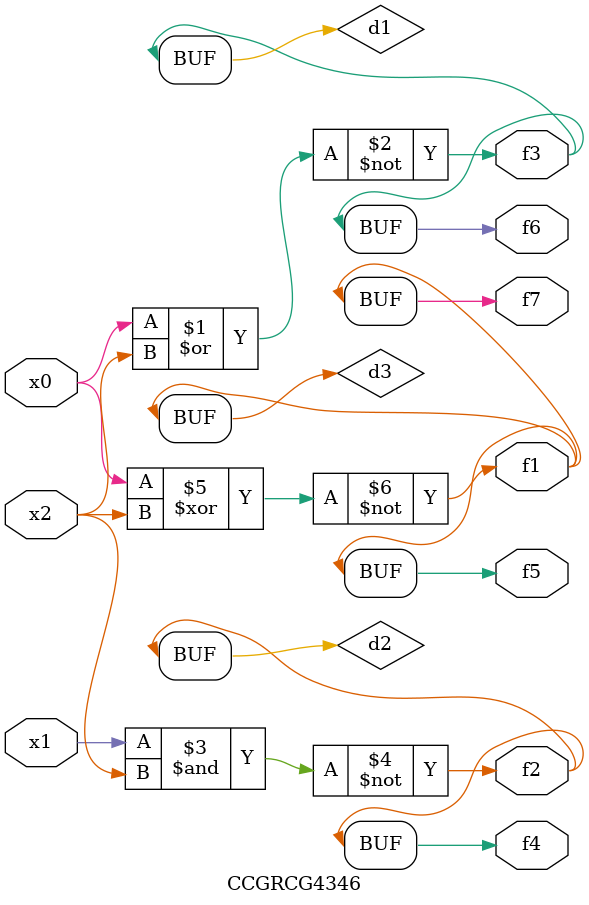
<source format=v>
module CCGRCG4346(
	input x0, x1, x2,
	output f1, f2, f3, f4, f5, f6, f7
);

	wire d1, d2, d3;

	nor (d1, x0, x2);
	nand (d2, x1, x2);
	xnor (d3, x0, x2);
	assign f1 = d3;
	assign f2 = d2;
	assign f3 = d1;
	assign f4 = d2;
	assign f5 = d3;
	assign f6 = d1;
	assign f7 = d3;
endmodule

</source>
